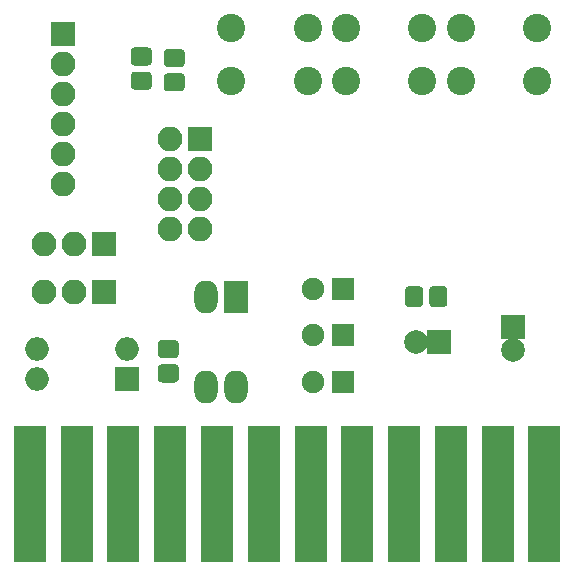
<source format=gbr>
%TF.GenerationSoftware,KiCad,Pcbnew,(5.1.6)-1*%
%TF.CreationDate,2020-09-04T20:31:26+02:00*%
%TF.ProjectId,c64modem,6336346d-6f64-4656-9d2e-6b696361645f,rev?*%
%TF.SameCoordinates,Original*%
%TF.FileFunction,Soldermask,Bot*%
%TF.FilePolarity,Negative*%
%FSLAX46Y46*%
G04 Gerber Fmt 4.6, Leading zero omitted, Abs format (unit mm)*
G04 Created by KiCad (PCBNEW (5.1.6)-1) date 2020-09-04 20:31:26*
%MOMM*%
%LPD*%
G01*
G04 APERTURE LIST*
%ADD10O,2.100000X2.100000*%
%ADD11R,2.100000X2.100000*%
%ADD12O,2.000000X2.000000*%
%ADD13R,2.000000X2.000000*%
%ADD14C,2.400000*%
%ADD15O,1.900000X1.900000*%
%ADD16R,1.900000X1.900000*%
%ADD17O,2.000000X2.800000*%
%ADD18R,2.000000X2.800000*%
%ADD19C,2.000000*%
%ADD20R,2.750000X11.500000*%
G04 APERTURE END LIST*
D10*
%TO.C,ESP8266*%
X138557000Y-82550000D03*
X141097000Y-82550000D03*
X138557000Y-80010000D03*
X141097000Y-80010000D03*
X138557000Y-77470000D03*
X141097000Y-77470000D03*
X138557000Y-74930000D03*
D11*
X141097000Y-74930000D03*
%TD*%
D12*
%TO.C,SW1*%
X127317500Y-95250000D03*
X134937500Y-92710000D03*
X127317500Y-92710000D03*
D13*
X134937500Y-95250000D03*
%TD*%
D14*
%TO.C,SW4*%
X143741000Y-69977000D03*
X143741000Y-65477000D03*
X150241000Y-69977000D03*
X150241000Y-65477000D03*
%TD*%
%TO.C,SW3*%
X163172000Y-69977000D03*
X163172000Y-65477000D03*
X169672000Y-69977000D03*
X169672000Y-65477000D03*
%TD*%
%TO.C,SW2*%
X153443800Y-69977000D03*
X153443800Y-65477000D03*
X159943800Y-69977000D03*
X159943800Y-65477000D03*
%TD*%
%TO.C,R4*%
G36*
G01*
X138993044Y-93485000D02*
X137866956Y-93485000D01*
G75*
G02*
X137530000Y-93148044I0J336956D01*
G01*
X137530000Y-92271956D01*
G75*
G02*
X137866956Y-91935000I336956J0D01*
G01*
X138993044Y-91935000D01*
G75*
G02*
X139330000Y-92271956I0J-336956D01*
G01*
X139330000Y-93148044D01*
G75*
G02*
X138993044Y-93485000I-336956J0D01*
G01*
G37*
G36*
G01*
X138993044Y-95535000D02*
X137866956Y-95535000D01*
G75*
G02*
X137530000Y-95198044I0J336956D01*
G01*
X137530000Y-94321956D01*
G75*
G02*
X137866956Y-93985000I336956J0D01*
G01*
X138993044Y-93985000D01*
G75*
G02*
X139330000Y-94321956I0J-336956D01*
G01*
X139330000Y-95198044D01*
G75*
G02*
X138993044Y-95535000I-336956J0D01*
G01*
G37*
%TD*%
%TO.C,R3*%
G36*
G01*
X138374956Y-69338000D02*
X139501044Y-69338000D01*
G75*
G02*
X139838000Y-69674956I0J-336956D01*
G01*
X139838000Y-70551044D01*
G75*
G02*
X139501044Y-70888000I-336956J0D01*
G01*
X138374956Y-70888000D01*
G75*
G02*
X138038000Y-70551044I0J336956D01*
G01*
X138038000Y-69674956D01*
G75*
G02*
X138374956Y-69338000I336956J0D01*
G01*
G37*
G36*
G01*
X138374956Y-67288000D02*
X139501044Y-67288000D01*
G75*
G02*
X139838000Y-67624956I0J-336956D01*
G01*
X139838000Y-68501044D01*
G75*
G02*
X139501044Y-68838000I-336956J0D01*
G01*
X138374956Y-68838000D01*
G75*
G02*
X138038000Y-68501044I0J336956D01*
G01*
X138038000Y-67624956D01*
G75*
G02*
X138374956Y-67288000I336956J0D01*
G01*
G37*
%TD*%
%TO.C,R2*%
G36*
G01*
X135580956Y-69211000D02*
X136707044Y-69211000D01*
G75*
G02*
X137044000Y-69547956I0J-336956D01*
G01*
X137044000Y-70424044D01*
G75*
G02*
X136707044Y-70761000I-336956J0D01*
G01*
X135580956Y-70761000D01*
G75*
G02*
X135244000Y-70424044I0J336956D01*
G01*
X135244000Y-69547956D01*
G75*
G02*
X135580956Y-69211000I336956J0D01*
G01*
G37*
G36*
G01*
X135580956Y-67161000D02*
X136707044Y-67161000D01*
G75*
G02*
X137044000Y-67497956I0J-336956D01*
G01*
X137044000Y-68374044D01*
G75*
G02*
X136707044Y-68711000I-336956J0D01*
G01*
X135580956Y-68711000D01*
G75*
G02*
X135244000Y-68374044I0J336956D01*
G01*
X135244000Y-67497956D01*
G75*
G02*
X135580956Y-67161000I336956J0D01*
G01*
G37*
%TD*%
D10*
%TO.C,JP2*%
X127914400Y-83820000D03*
X130454400Y-83820000D03*
D11*
X132994400Y-83820000D03*
%TD*%
D10*
%TO.C,JP1*%
X127914400Y-87884000D03*
X130454400Y-87884000D03*
D11*
X132994400Y-87884000D03*
%TD*%
D10*
%TO.C,J1*%
X129540000Y-78740000D03*
X129540000Y-76200000D03*
X129540000Y-73660000D03*
X129540000Y-71120000D03*
X129540000Y-68580000D03*
D11*
X129540000Y-66040000D03*
%TD*%
D15*
%TO.C,D5*%
X150698200Y-87630000D03*
D16*
X153238200Y-87630000D03*
%TD*%
D15*
%TO.C,D3*%
X150698200Y-91541600D03*
D16*
X153238200Y-91541600D03*
%TD*%
D15*
%TO.C,D2*%
X150698200Y-95504000D03*
D16*
X153238200Y-95504000D03*
%TD*%
D17*
%TO.C,D1*%
X144145000Y-95885000D03*
X141605000Y-88265000D03*
X141605000Y-95885000D03*
D18*
X144145000Y-88265000D03*
%TD*%
D19*
%TO.C,C6*%
X167640000Y-92805000D03*
D13*
X167640000Y-90805000D03*
%TD*%
%TO.C,C4*%
G36*
G01*
X160015000Y-87701956D02*
X160015000Y-88828044D01*
G75*
G02*
X159678044Y-89165000I-336956J0D01*
G01*
X158801956Y-89165000D01*
G75*
G02*
X158465000Y-88828044I0J336956D01*
G01*
X158465000Y-87701956D01*
G75*
G02*
X158801956Y-87365000I336956J0D01*
G01*
X159678044Y-87365000D01*
G75*
G02*
X160015000Y-87701956I0J-336956D01*
G01*
G37*
G36*
G01*
X162065000Y-87701956D02*
X162065000Y-88828044D01*
G75*
G02*
X161728044Y-89165000I-336956J0D01*
G01*
X160851956Y-89165000D01*
G75*
G02*
X160515000Y-88828044I0J336956D01*
G01*
X160515000Y-87701956D01*
G75*
G02*
X160851956Y-87365000I336956J0D01*
G01*
X161728044Y-87365000D01*
G75*
G02*
X162065000Y-87701956I0J-336956D01*
G01*
G37*
%TD*%
D19*
%TO.C,C3*%
X159385000Y-92075000D03*
D13*
X161385000Y-92075000D03*
%TD*%
D20*
%TO.C,CN1*%
X126716100Y-105003600D03*
X130676100Y-105003600D03*
X134636100Y-105003600D03*
X138596100Y-105003600D03*
X142556100Y-105003600D03*
X146516100Y-105003600D03*
X150476100Y-105003600D03*
X154436100Y-105003600D03*
X158396100Y-105003600D03*
X162356100Y-105003600D03*
X166316100Y-105003600D03*
X170276100Y-105003600D03*
%TD*%
M02*

</source>
